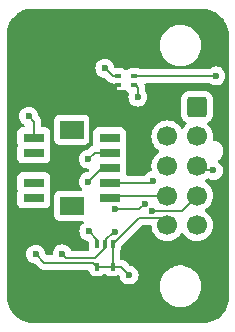
<source format=gtl>
%TF.GenerationSoftware,KiCad,Pcbnew,8.0.5*%
%TF.CreationDate,2024-11-05T15:37:39-06:00*%
%TF.ProjectId,DataAcq-EnvBreakoutPCB,44617461-4163-4712-9d45-6e7642726561,rev?*%
%TF.SameCoordinates,Original*%
%TF.FileFunction,Copper,L1,Top*%
%TF.FilePolarity,Positive*%
%FSLAX46Y46*%
G04 Gerber Fmt 4.6, Leading zero omitted, Abs format (unit mm)*
G04 Created by KiCad (PCBNEW 8.0.5) date 2024-11-05 15:37:39*
%MOMM*%
%LPD*%
G01*
G04 APERTURE LIST*
G04 Aperture macros list*
%AMRoundRect*
0 Rectangle with rounded corners*
0 $1 Rounding radius*
0 $2 $3 $4 $5 $6 $7 $8 $9 X,Y pos of 4 corners*
0 Add a 4 corners polygon primitive as box body*
4,1,4,$2,$3,$4,$5,$6,$7,$8,$9,$2,$3,0*
0 Add four circle primitives for the rounded corners*
1,1,$1+$1,$2,$3*
1,1,$1+$1,$4,$5*
1,1,$1+$1,$6,$7*
1,1,$1+$1,$8,$9*
0 Add four rect primitives between the rounded corners*
20,1,$1+$1,$2,$3,$4,$5,0*
20,1,$1+$1,$4,$5,$6,$7,0*
20,1,$1+$1,$6,$7,$8,$9,0*
20,1,$1+$1,$8,$9,$2,$3,0*%
G04 Aperture macros list end*
%TA.AperFunction,SMDPad,CuDef*%
%ADD10RoundRect,0.100000X-0.100000X0.225000X-0.100000X-0.225000X0.100000X-0.225000X0.100000X0.225000X0*%
%TD*%
%TA.AperFunction,SMDPad,CuDef*%
%ADD11R,0.500000X0.300000*%
%TD*%
%TA.AperFunction,SMDPad,CuDef*%
%ADD12R,1.800000X0.800000*%
%TD*%
%TA.AperFunction,SMDPad,CuDef*%
%ADD13R,2.100000X0.800000*%
%TD*%
%TA.AperFunction,SMDPad,CuDef*%
%ADD14R,2.000000X1.550000*%
%TD*%
%TA.AperFunction,ComponentPad*%
%ADD15C,1.700000*%
%TD*%
%TA.AperFunction,ComponentPad*%
%ADD16RoundRect,0.250000X0.600000X0.600000X-0.600000X0.600000X-0.600000X-0.600000X0.600000X-0.600000X0*%
%TD*%
%TA.AperFunction,ViaPad*%
%ADD17C,0.600000*%
%TD*%
%TA.AperFunction,Conductor*%
%ADD18C,0.200000*%
%TD*%
G04 APERTURE END LIST*
D10*
%TO.P,U2,5,V_{DD}*%
%TO.N,VDDA*%
X121250000Y-52150000D03*
%TO.P,U2,4,V_{DD}*%
X119950000Y-52150000D03*
%TO.P,U2,3,OUT*%
%TO.N,/TEMP_OUT*%
X119950000Y-50250000D03*
%TO.P,U2,2,GND*%
%TO.N,GNDA*%
X120600000Y-50250000D03*
%TO.P,U2,1,V_{DD}*%
%TO.N,VDDA*%
X121250000Y-50250000D03*
%TD*%
D11*
%TO.P,U3,1,SDA*%
%TO.N,/I2C1_SDA*%
X123100000Y-36800000D03*
%TO.P,U3,2,SCL*%
%TO.N,/I2C1_SCL*%
X123100000Y-36000000D03*
%TO.P,U3,3,VDD*%
%TO.N,+3.3V*%
X121700000Y-36000000D03*
%TO.P,U3,4,VSS*%
%TO.N,GND*%
X121700000Y-36800000D03*
%TD*%
D12*
%TO.P,U1,1,VREG*%
%TO.N,/AFLW_VREG*%
X114600000Y-41235000D03*
%TO.P,U1,2,VIN*%
%TO.N,+3.3V*%
X114600000Y-42505000D03*
D13*
%TO.P,U1,3,GND*%
%TO.N,GND*%
X114750000Y-43775000D03*
D12*
%TO.P,U1,4,NC_1*%
%TO.N,unconnected-(U1-NC_1-Pad4)*%
X114600000Y-45045000D03*
%TO.P,U1,5,NC_2*%
%TO.N,unconnected-(U1-NC_2-Pad5)*%
X114600000Y-46315000D03*
%TO.P,U1,6,SDA*%
%TO.N,/I2C2_SDA*%
X121000000Y-46315000D03*
%TO.P,U1,7,SCL*%
%TO.N,/I2C2_SCL*%
X121000000Y-45045000D03*
%TO.P,U1,8,TP1*%
%TO.N,/AFLW_TP1*%
X121000000Y-43775000D03*
%TO.P,U1,9,TP2*%
%TO.N,/AFLW_TP2*%
X121000000Y-42505000D03*
%TO.P,U1,10,VCM*%
%TO.N,/AFLW_VCM*%
X121000000Y-41235000D03*
D14*
%TO.P,U1,MP1,MP1*%
%TO.N,unconnected-(U1-PadMP1)*%
X117800000Y-40550000D03*
%TO.P,U1,MP2,MP2*%
%TO.N,unconnected-(U1-PadMP2)*%
X117800000Y-47000000D03*
%TD*%
D15*
%TO.P,J4,10,Pin_10*%
%TO.N,VDDA*%
X125900000Y-48625000D03*
%TO.P,J4,9,Pin_9*%
%TO.N,/I2C2_SDA*%
X125900000Y-46125000D03*
%TO.P,J4,8,Pin_8*%
%TO.N,/I2C2_SCL*%
X125900000Y-43625000D03*
%TO.P,J4,7,Pin_7*%
%TO.N,/PA1(ADC)*%
X125900000Y-41125000D03*
%TO.P,J4,6,Pin_6*%
%TO.N,GND*%
X125900000Y-38625000D03*
%TO.P,J4,5,Pin_5*%
%TO.N,GNDA*%
X128400000Y-48625000D03*
%TO.P,J4,4,Pin_4*%
%TO.N,/I2C1_SDA*%
X128400000Y-46125000D03*
%TO.P,J4,3,Pin_3*%
%TO.N,/I2C1_SCL*%
X128400000Y-43625000D03*
%TO.P,J4,2,Pin_2*%
%TO.N,unconnected-(J4-Pin_2-Pad2)*%
X128400000Y-41125000D03*
D16*
%TO.P,J4,1,Pin_1*%
%TO.N,+3.3V*%
X128400000Y-38625000D03*
%TD*%
D17*
%TO.N,+3.3V*%
X114600000Y-42505000D03*
%TO.N,/AFLW_VCM*%
X121000000Y-41235000D03*
%TO.N,/PA1(ADC)*%
X121450000Y-47287500D03*
X124000000Y-46800000D03*
%TO.N,/I2C2_SCL*%
X124662500Y-44862500D03*
%TO.N,/I2C1_SDA*%
X124600000Y-47400000D03*
X123400000Y-37800000D03*
%TO.N,/I2C1_SCL*%
X129800000Y-44000000D03*
X130000000Y-36000000D03*
%TO.N,+3.3V*%
X120600000Y-35350000D03*
%TO.N,GND*%
X116550000Y-42400000D03*
X119650000Y-39400000D03*
X120600000Y-33450000D03*
X116050000Y-39415000D03*
X115550000Y-35137500D03*
%TO.N,/AFLW_VREG*%
X114150000Y-39415000D03*
%TO.N,/AFLW_TP1*%
X119200000Y-44950000D03*
%TO.N,/AFLW_TP2*%
X119200000Y-43050000D03*
%TO.N,VDDA*%
X114750000Y-51087500D03*
X122650000Y-52850000D03*
%TO.N,GNDA*%
X117000000Y-51062500D03*
X121450000Y-49187500D03*
%TO.N,/TEMP_OUT*%
X119250000Y-49150000D03*
%TD*%
D18*
%TO.N,/AFLW_TP2*%
X121000000Y-42505000D02*
X119745000Y-42505000D01*
%TO.N,/AFLW_TP1*%
X120375000Y-43775000D02*
X119200000Y-44950000D01*
X121000000Y-43775000D02*
X120375000Y-43775000D01*
%TO.N,/AFLW_TP2*%
X119745000Y-42505000D02*
X119200000Y-43050000D01*
%TO.N,/I2C1_SCL*%
X123100000Y-36000000D02*
X130000000Y-36000000D01*
X128775000Y-44000000D02*
X128400000Y-43625000D01*
X129800000Y-44000000D02*
X128775000Y-44000000D01*
%TO.N,/I2C1_SDA*%
X123200000Y-36800000D02*
X123100000Y-36800000D01*
X123400000Y-37800000D02*
X123400000Y-37000000D01*
X123400000Y-37000000D02*
X123200000Y-36800000D01*
%TO.N,/I2C2_SCL*%
X124480000Y-45045000D02*
X121000000Y-45045000D01*
X124662500Y-44862500D02*
X124480000Y-45045000D01*
%TO.N,/I2C1_SDA*%
X124600000Y-47400000D02*
X127125000Y-47400000D01*
X127125000Y-47400000D02*
X128400000Y-46125000D01*
%TO.N,/I2C2_SDA*%
X121115000Y-46200000D02*
X121000000Y-46315000D01*
X125825000Y-46200000D02*
X121115000Y-46200000D01*
X125900000Y-46125000D02*
X125825000Y-46200000D01*
%TO.N,/AFLW_VREG*%
X114600000Y-39865000D02*
X114150000Y-39415000D01*
X114600000Y-41235000D02*
X114600000Y-39865000D01*
%TO.N,GNDA*%
X117337500Y-51400000D02*
X117000000Y-51062500D01*
X119806544Y-51400000D02*
X117337500Y-51400000D01*
%TO.N,VDDA*%
X121950000Y-52150000D02*
X122650000Y-52850000D01*
X121250000Y-52150000D02*
X121950000Y-52150000D01*
X119600000Y-51800000D02*
X115462500Y-51800000D01*
X121250000Y-52150000D02*
X121250000Y-50250000D01*
X115462500Y-51800000D02*
X114750000Y-51087500D01*
X119950000Y-52150000D02*
X121250000Y-52150000D01*
X119950000Y-52150000D02*
X119600000Y-51800000D01*
%TO.N,GNDA*%
X120600000Y-50250000D02*
X120600000Y-50606544D01*
X120600000Y-50606544D02*
X119806544Y-51400000D01*
X120600000Y-49925001D02*
X121337501Y-49187500D01*
X120600000Y-50250000D02*
X120600000Y-49925001D01*
%TO.N,VDDA*%
X125275000Y-48000000D02*
X125900000Y-48625000D01*
X123500000Y-48000000D02*
X125275000Y-48000000D01*
X121250000Y-50250000D02*
X123500000Y-48000000D01*
%TO.N,/PA1(ADC)*%
X123512500Y-47287500D02*
X121450000Y-47287500D01*
X124000000Y-46800000D02*
X123512500Y-47287500D01*
%TO.N,/TEMP_OUT*%
X119950000Y-49850000D02*
X119250000Y-49150000D01*
X119950000Y-50250000D02*
X119950000Y-49850000D01*
%TO.N,+3.3V*%
X121250000Y-36000000D02*
X120600000Y-35350000D01*
X121700000Y-36000000D02*
X121250000Y-36000000D01*
%TD*%
%TA.AperFunction,Conductor*%
%TO.N,GND*%
G36*
X128899818Y-30300894D02*
G01*
X128907936Y-30301543D01*
X129157596Y-30321502D01*
X129172422Y-30323595D01*
X129362959Y-30362350D01*
X129424007Y-30374767D01*
X129438479Y-30378634D01*
X129560004Y-30419113D01*
X129682060Y-30459770D01*
X129695950Y-30465350D01*
X129886892Y-30555808D01*
X129927983Y-30575275D01*
X129941098Y-30582488D01*
X130158187Y-30719594D01*
X130170319Y-30728323D01*
X130369295Y-30890611D01*
X130380303Y-30900757D01*
X130558233Y-31085829D01*
X130567944Y-31097235D01*
X130722261Y-31302418D01*
X130730526Y-31314912D01*
X130858980Y-31537214D01*
X130865677Y-31550614D01*
X130966380Y-31786768D01*
X130971413Y-31800877D01*
X131042906Y-32047460D01*
X131046201Y-32062074D01*
X131087436Y-32315473D01*
X131088945Y-32330377D01*
X131099399Y-32588795D01*
X131099500Y-32593807D01*
X131099500Y-32596173D01*
X131099475Y-32598653D01*
X131098577Y-32643526D01*
X131099500Y-32656967D01*
X131099500Y-54793889D01*
X131099212Y-54802333D01*
X131082345Y-55049438D01*
X131080368Y-55064585D01*
X131033885Y-55304449D01*
X131030061Y-55319238D01*
X130954437Y-55551570D01*
X130948824Y-55565775D01*
X130845208Y-55787050D01*
X130837890Y-55800460D01*
X130707851Y-56007317D01*
X130698940Y-56019723D01*
X130544463Y-56209012D01*
X130534095Y-56220229D01*
X130357505Y-56389100D01*
X130345835Y-56398957D01*
X130149837Y-56544822D01*
X130137045Y-56553170D01*
X129924582Y-56673840D01*
X129910860Y-56680551D01*
X129685189Y-56774176D01*
X129670747Y-56779150D01*
X129435266Y-56844321D01*
X129420320Y-56847481D01*
X129178611Y-56883204D01*
X129163392Y-56884502D01*
X128913863Y-56890359D01*
X128906223Y-56890303D01*
X128863911Y-56888687D01*
X128854550Y-56889805D01*
X128840010Y-56890679D01*
X114543043Y-56908381D01*
X114534223Y-56908078D01*
X114277986Y-56890126D01*
X114263368Y-56888223D01*
X114013733Y-56840500D01*
X113999445Y-56836877D01*
X113757223Y-56759864D01*
X113743467Y-56754571D01*
X113512101Y-56649363D01*
X113499068Y-56642474D01*
X113281821Y-56510553D01*
X113269699Y-56502167D01*
X113069639Y-56345399D01*
X113058598Y-56335634D01*
X113038855Y-56315962D01*
X112878555Y-56156234D01*
X112868750Y-56145227D01*
X112711267Y-55945730D01*
X112702838Y-55933638D01*
X112570143Y-55716866D01*
X112563208Y-55703859D01*
X112457174Y-55472873D01*
X112451831Y-55459136D01*
X112373946Y-55217173D01*
X112370278Y-55202923D01*
X112321658Y-54953436D01*
X112319706Y-54938851D01*
X112300835Y-54682650D01*
X112300500Y-54673541D01*
X112300500Y-53685010D01*
X125245500Y-53685010D01*
X125245500Y-53914989D01*
X125245501Y-53915005D01*
X125275518Y-54143009D01*
X125275519Y-54143014D01*
X125275520Y-54143020D01*
X125275521Y-54143022D01*
X125335046Y-54365175D01*
X125335049Y-54365185D01*
X125423057Y-54577654D01*
X125423061Y-54577664D01*
X125538055Y-54776839D01*
X125678064Y-54959303D01*
X125678070Y-54959310D01*
X125840689Y-55121929D01*
X125840696Y-55121935D01*
X126023160Y-55261944D01*
X126222335Y-55376938D01*
X126222336Y-55376938D01*
X126222339Y-55376940D01*
X126434824Y-55464954D01*
X126656980Y-55524480D01*
X126885004Y-55554500D01*
X126885011Y-55554500D01*
X127114989Y-55554500D01*
X127114996Y-55554500D01*
X127343020Y-55524480D01*
X127565176Y-55464954D01*
X127777661Y-55376940D01*
X127976840Y-55261944D01*
X128159305Y-55121934D01*
X128321934Y-54959305D01*
X128461944Y-54776840D01*
X128576940Y-54577661D01*
X128664954Y-54365176D01*
X128724480Y-54143020D01*
X128754500Y-53914996D01*
X128754500Y-53685004D01*
X128724480Y-53456980D01*
X128664954Y-53234824D01*
X128576940Y-53022339D01*
X128540973Y-52960043D01*
X128461944Y-52823160D01*
X128321935Y-52640696D01*
X128321929Y-52640689D01*
X128159310Y-52478070D01*
X128159303Y-52478064D01*
X127976839Y-52338055D01*
X127777664Y-52223061D01*
X127777654Y-52223057D01*
X127565185Y-52135049D01*
X127565178Y-52135047D01*
X127565176Y-52135046D01*
X127343020Y-52075520D01*
X127343014Y-52075519D01*
X127343009Y-52075518D01*
X127115005Y-52045501D01*
X127115002Y-52045500D01*
X127114996Y-52045500D01*
X126885004Y-52045500D01*
X126884998Y-52045500D01*
X126884994Y-52045501D01*
X126656990Y-52075518D01*
X126656983Y-52075519D01*
X126656980Y-52075520D01*
X126475265Y-52124210D01*
X126434824Y-52135046D01*
X126434814Y-52135049D01*
X126222345Y-52223057D01*
X126222335Y-52223061D01*
X126023160Y-52338055D01*
X125840696Y-52478064D01*
X125840689Y-52478070D01*
X125678070Y-52640689D01*
X125678064Y-52640696D01*
X125538055Y-52823160D01*
X125423061Y-53022335D01*
X125423057Y-53022345D01*
X125335049Y-53234814D01*
X125335046Y-53234824D01*
X125275521Y-53456977D01*
X125275518Y-53456990D01*
X125245501Y-53684994D01*
X125245500Y-53685010D01*
X112300500Y-53685010D01*
X112300500Y-51087496D01*
X113944435Y-51087496D01*
X113944435Y-51087503D01*
X113964630Y-51266749D01*
X113964631Y-51266754D01*
X114024211Y-51437023D01*
X114094885Y-51549499D01*
X114120184Y-51589762D01*
X114247738Y-51717316D01*
X114400478Y-51813289D01*
X114570745Y-51872868D01*
X114657669Y-51882661D01*
X114722080Y-51909726D01*
X114731465Y-51918200D01*
X114977639Y-52164374D01*
X114977649Y-52164385D01*
X114981979Y-52168715D01*
X114981980Y-52168716D01*
X115093784Y-52280520D01*
X115180595Y-52330639D01*
X115180597Y-52330641D01*
X115210208Y-52347737D01*
X115230715Y-52359577D01*
X115383443Y-52400500D01*
X115541557Y-52400500D01*
X119138930Y-52400500D01*
X119205969Y-52420185D01*
X119251724Y-52472989D01*
X119261869Y-52508317D01*
X119264954Y-52531753D01*
X119264956Y-52531762D01*
X119310077Y-52640695D01*
X119325464Y-52677841D01*
X119421718Y-52803282D01*
X119547159Y-52899536D01*
X119693238Y-52960044D01*
X119810639Y-52975500D01*
X120089360Y-52975499D01*
X120089363Y-52975499D01*
X120206753Y-52960046D01*
X120206757Y-52960044D01*
X120206762Y-52960044D01*
X120352841Y-52899536D01*
X120478282Y-52803282D01*
X120480490Y-52800404D01*
X120481559Y-52799012D01*
X120537987Y-52757810D01*
X120579933Y-52750500D01*
X120620067Y-52750500D01*
X120687106Y-52770185D01*
X120718441Y-52799012D01*
X120721328Y-52802774D01*
X120721718Y-52803282D01*
X120847159Y-52899536D01*
X120993238Y-52960044D01*
X121110639Y-52975500D01*
X121389360Y-52975499D01*
X121389363Y-52975499D01*
X121506753Y-52960046D01*
X121506757Y-52960044D01*
X121506762Y-52960044D01*
X121652841Y-52899536D01*
X121660192Y-52893895D01*
X121725358Y-52868699D01*
X121793803Y-52882735D01*
X121843795Y-52931547D01*
X121858900Y-52978386D01*
X121864630Y-53029249D01*
X121924210Y-53199521D01*
X122020184Y-53352262D01*
X122147738Y-53479816D01*
X122300478Y-53575789D01*
X122470745Y-53635368D01*
X122470750Y-53635369D01*
X122649996Y-53655565D01*
X122650000Y-53655565D01*
X122650004Y-53655565D01*
X122829249Y-53635369D01*
X122829252Y-53635368D01*
X122829255Y-53635368D01*
X122999522Y-53575789D01*
X123152262Y-53479816D01*
X123279816Y-53352262D01*
X123375789Y-53199522D01*
X123435368Y-53029255D01*
X123436147Y-53022345D01*
X123455565Y-52850003D01*
X123455565Y-52849996D01*
X123435369Y-52670750D01*
X123435368Y-52670745D01*
X123386736Y-52531762D01*
X123375789Y-52500478D01*
X123361705Y-52478064D01*
X123336582Y-52438080D01*
X123279816Y-52347738D01*
X123152262Y-52220184D01*
X122999521Y-52124210D01*
X122829249Y-52064630D01*
X122742330Y-52054837D01*
X122677916Y-52027770D01*
X122668533Y-52019298D01*
X122437590Y-51788355D01*
X122437588Y-51788352D01*
X122318717Y-51669481D01*
X122318716Y-51669480D01*
X122231904Y-51619360D01*
X122231904Y-51619359D01*
X122231900Y-51619358D01*
X122181785Y-51590423D01*
X122029057Y-51549499D01*
X121974500Y-51549499D01*
X121907461Y-51529814D01*
X121861706Y-51477010D01*
X121850500Y-51425499D01*
X121850500Y-50851257D01*
X121870185Y-50784218D01*
X121873924Y-50778900D01*
X121874532Y-50777845D01*
X121874536Y-50777841D01*
X121935044Y-50631762D01*
X121950500Y-50514361D01*
X121950499Y-50450096D01*
X121970183Y-50383058D01*
X121986813Y-50362420D01*
X123712417Y-48636819D01*
X123773740Y-48603334D01*
X123800098Y-48600500D01*
X124428573Y-48600500D01*
X124495612Y-48620185D01*
X124541367Y-48672989D01*
X124552101Y-48713693D01*
X124564936Y-48860402D01*
X124564938Y-48860413D01*
X124626094Y-49088655D01*
X124626096Y-49088659D01*
X124626097Y-49088663D01*
X124713260Y-49275584D01*
X124725965Y-49302830D01*
X124725967Y-49302834D01*
X124751575Y-49339405D01*
X124861505Y-49496401D01*
X125028599Y-49663495D01*
X125125384Y-49731265D01*
X125222165Y-49799032D01*
X125222167Y-49799033D01*
X125222170Y-49799035D01*
X125436337Y-49898903D01*
X125664592Y-49960063D01*
X125852918Y-49976539D01*
X125899999Y-49980659D01*
X125900000Y-49980659D01*
X125900001Y-49980659D01*
X125939234Y-49977226D01*
X126135408Y-49960063D01*
X126363663Y-49898903D01*
X126577830Y-49799035D01*
X126771401Y-49663495D01*
X126938495Y-49496401D01*
X127048425Y-49339405D01*
X127103002Y-49295780D01*
X127172500Y-49288586D01*
X127234855Y-49320109D01*
X127251575Y-49339405D01*
X127361500Y-49496395D01*
X127361505Y-49496401D01*
X127528599Y-49663495D01*
X127625384Y-49731265D01*
X127722165Y-49799032D01*
X127722167Y-49799033D01*
X127722170Y-49799035D01*
X127936337Y-49898903D01*
X128164592Y-49960063D01*
X128352918Y-49976539D01*
X128399999Y-49980659D01*
X128400000Y-49980659D01*
X128400001Y-49980659D01*
X128439234Y-49977226D01*
X128635408Y-49960063D01*
X128863663Y-49898903D01*
X129077830Y-49799035D01*
X129271401Y-49663495D01*
X129438495Y-49496401D01*
X129574035Y-49302830D01*
X129673903Y-49088663D01*
X129735063Y-48860408D01*
X129755659Y-48625000D01*
X129753515Y-48600500D01*
X129751336Y-48575584D01*
X129735063Y-48389592D01*
X129673903Y-48161337D01*
X129574035Y-47947171D01*
X129553131Y-47917316D01*
X129438494Y-47753597D01*
X129271402Y-47586506D01*
X129271396Y-47586501D01*
X129114405Y-47476575D01*
X129070780Y-47421998D01*
X129063586Y-47352500D01*
X129095109Y-47290145D01*
X129114405Y-47273425D01*
X129197130Y-47215500D01*
X129271401Y-47163495D01*
X129438495Y-46996401D01*
X129574035Y-46802830D01*
X129673903Y-46588663D01*
X129735063Y-46360408D01*
X129755659Y-46125000D01*
X129735063Y-45889592D01*
X129673903Y-45661337D01*
X129574035Y-45447171D01*
X129561936Y-45429891D01*
X129438494Y-45253597D01*
X129271402Y-45086506D01*
X129271401Y-45086505D01*
X129114405Y-44976575D01*
X129114404Y-44976574D01*
X129070779Y-44921997D01*
X129063587Y-44852498D01*
X129095109Y-44790144D01*
X129114399Y-44773428D01*
X129241794Y-44684225D01*
X129308000Y-44661899D01*
X129375767Y-44678909D01*
X129378889Y-44680807D01*
X129402803Y-44695833D01*
X129450478Y-44725789D01*
X129450481Y-44725790D01*
X129620737Y-44785366D01*
X129620743Y-44785367D01*
X129620745Y-44785368D01*
X129620746Y-44785368D01*
X129620750Y-44785369D01*
X129799996Y-44805565D01*
X129800000Y-44805565D01*
X129800004Y-44805565D01*
X129979249Y-44785369D01*
X129979252Y-44785368D01*
X129979255Y-44785368D01*
X130149522Y-44725789D01*
X130302262Y-44629816D01*
X130429816Y-44502262D01*
X130525789Y-44349522D01*
X130585368Y-44179255D01*
X130587016Y-44164630D01*
X130605565Y-44000003D01*
X130605565Y-43999996D01*
X130585369Y-43820750D01*
X130585368Y-43820745D01*
X130525788Y-43650476D01*
X130429815Y-43497737D01*
X130302262Y-43370184D01*
X130302256Y-43370179D01*
X130245960Y-43334806D01*
X130199669Y-43282472D01*
X130189021Y-43213418D01*
X130217396Y-43149570D01*
X130243039Y-43126712D01*
X130316585Y-43077571D01*
X130442571Y-42951585D01*
X130541557Y-42803441D01*
X130609740Y-42638833D01*
X130644500Y-42464085D01*
X130644500Y-42285915D01*
X130644500Y-42285912D01*
X130609741Y-42111172D01*
X130609740Y-42111171D01*
X130609740Y-42111167D01*
X130541557Y-41946559D01*
X130442571Y-41798415D01*
X130442569Y-41798412D01*
X130316587Y-41672430D01*
X130191219Y-41588663D01*
X130168441Y-41573443D01*
X130153685Y-41567331D01*
X130003833Y-41505260D01*
X130003827Y-41505258D01*
X129836228Y-41471920D01*
X129774317Y-41439535D01*
X129739743Y-41378819D01*
X129736892Y-41339499D01*
X129755659Y-41125000D01*
X129735063Y-40889592D01*
X129673903Y-40661337D01*
X129574035Y-40447171D01*
X129561935Y-40429891D01*
X129438496Y-40253600D01*
X129385264Y-40200368D01*
X129291292Y-40106396D01*
X129257809Y-40045075D01*
X129262793Y-39975384D01*
X129304664Y-39919450D01*
X129313879Y-39913178D01*
X129319331Y-39909814D01*
X129319334Y-39909814D01*
X129468656Y-39817712D01*
X129592712Y-39693656D01*
X129684814Y-39544334D01*
X129739999Y-39377797D01*
X129750500Y-39275009D01*
X129750499Y-37974992D01*
X129739999Y-37872203D01*
X129684814Y-37705666D01*
X129592712Y-37556344D01*
X129468656Y-37432288D01*
X129319334Y-37340186D01*
X129152797Y-37285001D01*
X129152795Y-37285000D01*
X129050010Y-37274500D01*
X127749998Y-37274500D01*
X127749981Y-37274501D01*
X127647203Y-37285000D01*
X127647200Y-37285001D01*
X127480668Y-37340185D01*
X127480663Y-37340187D01*
X127331342Y-37432289D01*
X127207289Y-37556342D01*
X127115187Y-37705663D01*
X127115186Y-37705666D01*
X127060001Y-37872203D01*
X127060001Y-37872204D01*
X127060000Y-37872204D01*
X127049500Y-37974983D01*
X127049500Y-39275001D01*
X127049501Y-39275018D01*
X127060000Y-39377796D01*
X127060001Y-39377799D01*
X127073141Y-39417452D01*
X127115186Y-39544334D01*
X127191166Y-39667517D01*
X127207289Y-39693657D01*
X127331344Y-39817712D01*
X127486120Y-39913178D01*
X127532845Y-39965126D01*
X127544068Y-40034088D01*
X127516224Y-40098171D01*
X127508705Y-40106398D01*
X127361505Y-40253597D01*
X127251575Y-40410595D01*
X127196998Y-40454220D01*
X127127500Y-40461414D01*
X127065145Y-40429891D01*
X127048425Y-40410595D01*
X126938494Y-40253597D01*
X126771402Y-40086506D01*
X126771395Y-40086501D01*
X126577834Y-39950967D01*
X126577830Y-39950965D01*
X126505554Y-39917262D01*
X126363663Y-39851097D01*
X126363659Y-39851096D01*
X126363655Y-39851094D01*
X126135413Y-39789938D01*
X126135403Y-39789936D01*
X125900001Y-39769341D01*
X125899999Y-39769341D01*
X125664596Y-39789936D01*
X125664586Y-39789938D01*
X125436344Y-39851094D01*
X125436335Y-39851098D01*
X125222171Y-39950964D01*
X125222169Y-39950965D01*
X125028597Y-40086505D01*
X124861505Y-40253597D01*
X124725965Y-40447169D01*
X124725964Y-40447171D01*
X124626098Y-40661335D01*
X124626094Y-40661344D01*
X124564938Y-40889586D01*
X124564936Y-40889596D01*
X124544341Y-41124999D01*
X124544341Y-41125000D01*
X124564936Y-41360403D01*
X124564938Y-41360413D01*
X124626094Y-41588655D01*
X124626096Y-41588659D01*
X124626097Y-41588663D01*
X124670033Y-41682883D01*
X124725965Y-41802830D01*
X124725967Y-41802834D01*
X124803341Y-41913334D01*
X124861501Y-41996396D01*
X124861506Y-41996402D01*
X125028597Y-42163493D01*
X125028603Y-42163498D01*
X125185595Y-42273425D01*
X125229220Y-42328002D01*
X125236414Y-42397500D01*
X125204891Y-42459855D01*
X125185595Y-42476575D01*
X125028597Y-42586505D01*
X124861505Y-42753597D01*
X124725965Y-42947169D01*
X124725964Y-42947171D01*
X124626098Y-43161335D01*
X124626094Y-43161344D01*
X124564938Y-43389586D01*
X124564936Y-43389596D01*
X124544341Y-43624999D01*
X124544341Y-43625000D01*
X124564936Y-43860403D01*
X124564939Y-43860416D01*
X124581635Y-43922731D01*
X124579971Y-43992581D01*
X124540808Y-44050443D01*
X124489466Y-44075711D01*
X124483253Y-44077129D01*
X124312978Y-44136710D01*
X124160237Y-44232684D01*
X124032684Y-44360237D01*
X124032682Y-44360240D01*
X124016199Y-44386473D01*
X123963864Y-44432764D01*
X123911206Y-44444500D01*
X122512256Y-44444500D01*
X122445217Y-44424815D01*
X122399462Y-44372011D01*
X122389518Y-44302853D01*
X122392762Y-44290145D01*
X122392306Y-44290038D01*
X122394089Y-44282488D01*
X122394091Y-44282483D01*
X122400500Y-44222873D01*
X122400499Y-43327128D01*
X122394091Y-43267517D01*
X122362691Y-43183331D01*
X122357708Y-43113642D01*
X122362689Y-43096673D01*
X122394091Y-43012483D01*
X122400500Y-42952873D01*
X122400499Y-42057128D01*
X122394091Y-41997517D01*
X122362691Y-41913331D01*
X122357708Y-41843642D01*
X122362689Y-41826673D01*
X122394091Y-41742483D01*
X122400500Y-41682873D01*
X122400499Y-40787128D01*
X122394091Y-40727517D01*
X122369407Y-40661337D01*
X122343797Y-40592671D01*
X122343793Y-40592664D01*
X122257547Y-40477455D01*
X122257544Y-40477452D01*
X122142335Y-40391206D01*
X122142328Y-40391202D01*
X122007482Y-40340908D01*
X122007483Y-40340908D01*
X121947883Y-40334501D01*
X121947881Y-40334500D01*
X121947873Y-40334500D01*
X121947864Y-40334500D01*
X120052129Y-40334500D01*
X120052123Y-40334501D01*
X119992516Y-40340908D01*
X119857671Y-40391202D01*
X119857664Y-40391206D01*
X119742455Y-40477452D01*
X119742452Y-40477455D01*
X119656206Y-40592664D01*
X119656202Y-40592671D01*
X119605908Y-40727517D01*
X119599501Y-40787116D01*
X119599501Y-40787123D01*
X119599500Y-40787135D01*
X119599500Y-41682870D01*
X119599501Y-41682876D01*
X119605908Y-41742481D01*
X119618634Y-41776602D01*
X119623617Y-41846294D01*
X119590130Y-41907616D01*
X119534547Y-41939707D01*
X119513218Y-41945422D01*
X119513209Y-41945426D01*
X119376290Y-42024475D01*
X119376282Y-42024481D01*
X119289598Y-42111166D01*
X119264480Y-42136284D01*
X119264478Y-42136286D01*
X119181465Y-42219299D01*
X119120141Y-42252783D01*
X119107668Y-42254837D01*
X119020750Y-42264630D01*
X118850478Y-42324210D01*
X118697737Y-42420184D01*
X118570184Y-42547737D01*
X118474211Y-42700476D01*
X118414631Y-42870745D01*
X118414630Y-42870750D01*
X118394435Y-43049996D01*
X118394435Y-43050003D01*
X118414630Y-43229249D01*
X118414631Y-43229254D01*
X118474211Y-43399523D01*
X118535924Y-43497738D01*
X118570184Y-43552262D01*
X118697738Y-43679816D01*
X118850478Y-43775789D01*
X118888236Y-43789001D01*
X119020745Y-43835368D01*
X119020750Y-43835369D01*
X119164499Y-43851565D01*
X119228913Y-43878631D01*
X119268468Y-43936226D01*
X119270606Y-44006063D01*
X119238297Y-44062466D01*
X119181465Y-44119298D01*
X119120142Y-44152783D01*
X119107668Y-44154837D01*
X119020750Y-44164630D01*
X118850478Y-44224210D01*
X118697737Y-44320184D01*
X118570184Y-44447737D01*
X118474211Y-44600476D01*
X118414631Y-44770745D01*
X118414630Y-44770750D01*
X118394435Y-44949996D01*
X118394435Y-44950003D01*
X118414630Y-45129249D01*
X118414631Y-45129254D01*
X118474211Y-45299523D01*
X118570184Y-45452262D01*
X118630741Y-45512819D01*
X118664226Y-45574142D01*
X118659242Y-45643834D01*
X118617370Y-45699767D01*
X118551906Y-45724184D01*
X118543060Y-45724500D01*
X116752129Y-45724500D01*
X116752123Y-45724501D01*
X116692516Y-45730908D01*
X116557671Y-45781202D01*
X116557664Y-45781206D01*
X116442455Y-45867452D01*
X116442452Y-45867455D01*
X116356206Y-45982664D01*
X116356202Y-45982671D01*
X116305908Y-46117517D01*
X116305104Y-46125000D01*
X116299501Y-46177123D01*
X116299500Y-46177135D01*
X116299500Y-47822870D01*
X116299501Y-47822876D01*
X116305908Y-47882483D01*
X116356202Y-48017328D01*
X116356206Y-48017335D01*
X116442452Y-48132544D01*
X116442455Y-48132547D01*
X116557664Y-48218793D01*
X116557671Y-48218797D01*
X116692517Y-48269091D01*
X116692516Y-48269091D01*
X116699444Y-48269835D01*
X116752127Y-48275500D01*
X118706738Y-48275499D01*
X118773777Y-48295184D01*
X118819532Y-48347987D01*
X118829476Y-48417146D01*
X118800451Y-48480702D01*
X118772711Y-48504492D01*
X118747739Y-48520182D01*
X118620184Y-48647737D01*
X118524211Y-48800476D01*
X118464631Y-48970745D01*
X118464630Y-48970750D01*
X118444435Y-49149996D01*
X118444435Y-49150003D01*
X118464630Y-49329249D01*
X118464631Y-49329254D01*
X118524211Y-49499523D01*
X118620184Y-49652262D01*
X118747738Y-49779816D01*
X118900478Y-49875789D01*
X119070745Y-49935368D01*
X119139384Y-49943101D01*
X119203796Y-49970166D01*
X119243352Y-50027760D01*
X119249500Y-50066321D01*
X119249500Y-50514363D01*
X119264953Y-50631753D01*
X119267059Y-50639608D01*
X119264725Y-50640233D01*
X119270889Y-50697504D01*
X119239621Y-50759986D01*
X119179536Y-50795645D01*
X119148857Y-50799500D01*
X117844047Y-50799500D01*
X117777008Y-50779815D01*
X117731253Y-50727011D01*
X117727008Y-50716463D01*
X117725789Y-50712978D01*
X117629816Y-50560238D01*
X117502262Y-50432684D01*
X117390430Y-50362415D01*
X117349523Y-50336711D01*
X117179254Y-50277131D01*
X117179249Y-50277130D01*
X117000004Y-50256935D01*
X116999996Y-50256935D01*
X116820750Y-50277130D01*
X116820745Y-50277131D01*
X116650476Y-50336711D01*
X116497737Y-50432684D01*
X116370184Y-50560237D01*
X116274211Y-50712976D01*
X116214631Y-50883245D01*
X116214630Y-50883250D01*
X116194435Y-51062496D01*
X116194435Y-51069464D01*
X116192962Y-51069464D01*
X116182280Y-51130440D01*
X116134930Y-51181819D01*
X116071115Y-51199500D01*
X115762597Y-51199500D01*
X115695558Y-51179815D01*
X115674916Y-51163181D01*
X115580700Y-51068965D01*
X115547215Y-51007642D01*
X115545163Y-50995186D01*
X115535368Y-50908245D01*
X115475789Y-50737978D01*
X115379816Y-50585238D01*
X115252262Y-50457684D01*
X115212475Y-50432684D01*
X115099523Y-50361711D01*
X114929254Y-50302131D01*
X114929249Y-50302130D01*
X114750004Y-50281935D01*
X114749996Y-50281935D01*
X114570750Y-50302130D01*
X114570745Y-50302131D01*
X114400476Y-50361711D01*
X114247737Y-50457684D01*
X114120184Y-50585237D01*
X114024211Y-50737976D01*
X113964631Y-50908245D01*
X113964630Y-50908250D01*
X113944435Y-51087496D01*
X112300500Y-51087496D01*
X112300500Y-44597135D01*
X113199500Y-44597135D01*
X113199500Y-45492870D01*
X113199501Y-45492876D01*
X113205908Y-45552482D01*
X113237307Y-45636666D01*
X113242291Y-45706358D01*
X113237307Y-45723331D01*
X113205909Y-45807514D01*
X113205908Y-45807516D01*
X113199501Y-45867116D01*
X113199501Y-45867123D01*
X113199500Y-45867135D01*
X113199500Y-46762870D01*
X113199501Y-46762876D01*
X113205908Y-46822483D01*
X113256202Y-46957328D01*
X113256206Y-46957335D01*
X113342452Y-47072544D01*
X113342455Y-47072547D01*
X113457664Y-47158793D01*
X113457671Y-47158797D01*
X113592517Y-47209091D01*
X113592516Y-47209091D01*
X113599444Y-47209835D01*
X113652127Y-47215500D01*
X115547872Y-47215499D01*
X115607483Y-47209091D01*
X115742331Y-47158796D01*
X115857546Y-47072546D01*
X115943796Y-46957331D01*
X115994091Y-46822483D01*
X116000500Y-46762873D01*
X116000499Y-45867128D01*
X115994091Y-45807517D01*
X115962691Y-45723331D01*
X115957708Y-45653642D01*
X115962689Y-45636673D01*
X115994091Y-45552483D01*
X116000500Y-45492873D01*
X116000499Y-44597128D01*
X115994091Y-44537517D01*
X115960605Y-44447737D01*
X115943797Y-44402671D01*
X115943793Y-44402664D01*
X115857547Y-44287455D01*
X115857544Y-44287452D01*
X115742335Y-44201206D01*
X115742328Y-44201202D01*
X115607482Y-44150908D01*
X115607483Y-44150908D01*
X115547883Y-44144501D01*
X115547881Y-44144500D01*
X115547873Y-44144500D01*
X115547864Y-44144500D01*
X113652129Y-44144500D01*
X113652123Y-44144501D01*
X113592516Y-44150908D01*
X113457671Y-44201202D01*
X113457664Y-44201206D01*
X113342455Y-44287452D01*
X113342452Y-44287455D01*
X113256206Y-44402664D01*
X113256202Y-44402671D01*
X113205908Y-44537517D01*
X113199501Y-44597116D01*
X113199501Y-44597123D01*
X113199500Y-44597135D01*
X112300500Y-44597135D01*
X112300500Y-40787135D01*
X113199500Y-40787135D01*
X113199500Y-41682870D01*
X113199501Y-41682876D01*
X113205908Y-41742482D01*
X113215723Y-41768796D01*
X113236871Y-41825499D01*
X113237307Y-41826666D01*
X113242291Y-41896358D01*
X113237307Y-41913331D01*
X113205909Y-41997514D01*
X113205908Y-41997516D01*
X113199501Y-42057116D01*
X113199501Y-42057123D01*
X113199500Y-42057135D01*
X113199500Y-42952870D01*
X113199501Y-42952876D01*
X113205908Y-43012483D01*
X113256202Y-43147328D01*
X113256206Y-43147335D01*
X113342452Y-43262544D01*
X113342455Y-43262547D01*
X113457664Y-43348793D01*
X113457671Y-43348797D01*
X113592517Y-43399091D01*
X113592516Y-43399091D01*
X113596535Y-43399523D01*
X113652127Y-43405500D01*
X115547872Y-43405499D01*
X115607483Y-43399091D01*
X115742331Y-43348796D01*
X115857546Y-43262546D01*
X115943796Y-43147331D01*
X115994091Y-43012483D01*
X116000500Y-42952873D01*
X116000499Y-42057128D01*
X115994091Y-41997517D01*
X115962691Y-41913331D01*
X115957708Y-41843642D01*
X115962689Y-41826673D01*
X115994091Y-41742483D01*
X116000500Y-41682873D01*
X116000499Y-40787128D01*
X115994091Y-40727517D01*
X115969407Y-40661337D01*
X115943797Y-40592671D01*
X115943793Y-40592664D01*
X115857547Y-40477455D01*
X115857544Y-40477452D01*
X115742335Y-40391206D01*
X115742328Y-40391202D01*
X115607482Y-40340908D01*
X115607483Y-40340908D01*
X115547883Y-40334501D01*
X115547881Y-40334500D01*
X115547873Y-40334500D01*
X115547865Y-40334500D01*
X115324500Y-40334500D01*
X115257461Y-40314815D01*
X115211706Y-40262011D01*
X115200500Y-40210500D01*
X115200500Y-39785945D01*
X115200500Y-39785943D01*
X115184743Y-39727135D01*
X116299500Y-39727135D01*
X116299500Y-41372870D01*
X116299501Y-41372876D01*
X116305908Y-41432483D01*
X116356202Y-41567328D01*
X116356206Y-41567335D01*
X116442452Y-41682544D01*
X116442455Y-41682547D01*
X116557664Y-41768793D01*
X116557671Y-41768797D01*
X116692517Y-41819091D01*
X116692516Y-41819091D01*
X116699444Y-41819835D01*
X116752127Y-41825500D01*
X118847872Y-41825499D01*
X118907483Y-41819091D01*
X119042331Y-41768796D01*
X119157546Y-41682546D01*
X119243796Y-41567331D01*
X119294091Y-41432483D01*
X119300500Y-41372873D01*
X119300499Y-39727128D01*
X119294091Y-39667517D01*
X119286358Y-39646785D01*
X119243797Y-39532671D01*
X119243793Y-39532664D01*
X119157547Y-39417455D01*
X119157544Y-39417452D01*
X119042335Y-39331206D01*
X119042328Y-39331202D01*
X118907482Y-39280908D01*
X118907483Y-39280908D01*
X118847883Y-39274501D01*
X118847881Y-39274500D01*
X118847873Y-39274500D01*
X118847864Y-39274500D01*
X116752129Y-39274500D01*
X116752123Y-39274501D01*
X116692516Y-39280908D01*
X116557671Y-39331202D01*
X116557664Y-39331206D01*
X116442455Y-39417452D01*
X116442452Y-39417455D01*
X116356206Y-39532664D01*
X116356202Y-39532671D01*
X116305908Y-39667517D01*
X116299501Y-39727116D01*
X116299501Y-39727123D01*
X116299500Y-39727135D01*
X115184743Y-39727135D01*
X115163213Y-39646785D01*
X115159577Y-39633215D01*
X115108261Y-39544334D01*
X115101528Y-39532671D01*
X115080522Y-39496287D01*
X115080521Y-39496286D01*
X115080520Y-39496284D01*
X114980699Y-39396463D01*
X114947215Y-39335140D01*
X114945161Y-39322664D01*
X114935369Y-39235747D01*
X114875789Y-39065478D01*
X114779815Y-38912737D01*
X114652262Y-38785184D01*
X114499523Y-38689211D01*
X114329254Y-38629631D01*
X114329249Y-38629630D01*
X114150004Y-38609435D01*
X114149996Y-38609435D01*
X113970750Y-38629630D01*
X113970745Y-38629631D01*
X113800476Y-38689211D01*
X113647737Y-38785184D01*
X113520184Y-38912737D01*
X113424211Y-39065476D01*
X113364631Y-39235745D01*
X113364630Y-39235750D01*
X113344435Y-39414996D01*
X113344435Y-39415003D01*
X113364630Y-39594249D01*
X113364631Y-39594254D01*
X113424211Y-39764523D01*
X113478610Y-39851098D01*
X113520184Y-39917262D01*
X113647738Y-40044816D01*
X113744326Y-40105506D01*
X113790617Y-40157841D01*
X113801265Y-40226894D01*
X113772890Y-40290743D01*
X113714501Y-40329115D01*
X113678358Y-40334500D01*
X113652131Y-40334500D01*
X113652123Y-40334501D01*
X113592516Y-40340908D01*
X113457671Y-40391202D01*
X113457664Y-40391206D01*
X113342455Y-40477452D01*
X113342452Y-40477455D01*
X113256206Y-40592664D01*
X113256202Y-40592671D01*
X113205908Y-40727517D01*
X113199501Y-40787116D01*
X113199501Y-40787123D01*
X113199500Y-40787135D01*
X112300500Y-40787135D01*
X112300500Y-35349996D01*
X119794435Y-35349996D01*
X119794435Y-35350003D01*
X119814630Y-35529249D01*
X119814631Y-35529254D01*
X119874211Y-35699523D01*
X119950384Y-35820750D01*
X119970184Y-35852262D01*
X120097738Y-35979816D01*
X120250478Y-36075789D01*
X120420745Y-36135368D01*
X120507669Y-36145161D01*
X120572080Y-36172226D01*
X120581465Y-36180700D01*
X120765139Y-36364374D01*
X120765149Y-36364385D01*
X120769479Y-36368715D01*
X120769480Y-36368716D01*
X120881284Y-36480520D01*
X120968095Y-36530639D01*
X120968097Y-36530641D01*
X121006151Y-36552611D01*
X121018215Y-36559577D01*
X121170943Y-36600501D01*
X121203274Y-36600501D01*
X121246607Y-36608319D01*
X121342517Y-36644091D01*
X121402127Y-36650500D01*
X121826000Y-36650499D01*
X121893039Y-36670183D01*
X121938794Y-36722987D01*
X121950000Y-36774499D01*
X121950000Y-36826000D01*
X121930315Y-36893039D01*
X121877511Y-36938794D01*
X121826000Y-36950000D01*
X121650000Y-36950000D01*
X121650000Y-37150000D01*
X122312445Y-37150000D01*
X122379484Y-37169685D01*
X122411711Y-37199688D01*
X122434559Y-37230209D01*
X122480625Y-37291745D01*
X122492455Y-37307547D01*
X122603373Y-37390581D01*
X122645244Y-37446515D01*
X122650228Y-37516206D01*
X122646104Y-37530801D01*
X122614632Y-37620742D01*
X122614630Y-37620750D01*
X122594435Y-37799996D01*
X122594435Y-37800003D01*
X122614630Y-37979249D01*
X122614631Y-37979254D01*
X122674211Y-38149523D01*
X122770184Y-38302262D01*
X122897738Y-38429816D01*
X123050478Y-38525789D01*
X123220745Y-38585368D01*
X123220750Y-38585369D01*
X123399996Y-38605565D01*
X123400000Y-38605565D01*
X123400004Y-38605565D01*
X123579249Y-38585369D01*
X123579252Y-38585368D01*
X123579255Y-38585368D01*
X123749522Y-38525789D01*
X123902262Y-38429816D01*
X124029816Y-38302262D01*
X124125789Y-38149522D01*
X124185368Y-37979255D01*
X124185848Y-37974998D01*
X124205565Y-37800003D01*
X124205565Y-37799996D01*
X124185369Y-37620750D01*
X124185368Y-37620745D01*
X124125788Y-37450476D01*
X124088153Y-37390581D01*
X124029816Y-37297738D01*
X124029814Y-37297736D01*
X124029813Y-37297734D01*
X124027550Y-37294896D01*
X124026659Y-37292715D01*
X124026111Y-37291842D01*
X124026264Y-37291745D01*
X124001144Y-37230209D01*
X124000500Y-37217587D01*
X124000500Y-37089060D01*
X124000501Y-37089047D01*
X124000501Y-36920944D01*
X123993024Y-36893039D01*
X123959577Y-36768216D01*
X123959575Y-36768214D01*
X123957473Y-36760366D01*
X123959809Y-36759739D01*
X123953658Y-36702472D01*
X123984939Y-36639996D01*
X124045031Y-36604349D01*
X124075686Y-36600500D01*
X129417588Y-36600500D01*
X129484627Y-36620185D01*
X129494903Y-36627555D01*
X129497736Y-36629814D01*
X129497738Y-36629816D01*
X129561982Y-36670183D01*
X129646018Y-36722987D01*
X129650478Y-36725789D01*
X129789683Y-36774499D01*
X129820745Y-36785368D01*
X129820750Y-36785369D01*
X129999996Y-36805565D01*
X130000000Y-36805565D01*
X130000004Y-36805565D01*
X130179249Y-36785369D01*
X130179252Y-36785368D01*
X130179255Y-36785368D01*
X130349522Y-36725789D01*
X130502262Y-36629816D01*
X130629816Y-36502262D01*
X130725789Y-36349522D01*
X130785368Y-36179255D01*
X130805565Y-36000000D01*
X130788919Y-35852262D01*
X130785369Y-35820750D01*
X130785368Y-35820745D01*
X130725789Y-35650478D01*
X130629816Y-35497738D01*
X130502262Y-35370184D01*
X130479545Y-35355910D01*
X130349523Y-35274211D01*
X130179254Y-35214631D01*
X130179249Y-35214630D01*
X130000004Y-35194435D01*
X129999996Y-35194435D01*
X129820750Y-35214630D01*
X129820745Y-35214631D01*
X129650476Y-35274211D01*
X129497736Y-35370185D01*
X129494903Y-35372445D01*
X129492724Y-35373334D01*
X129491842Y-35373889D01*
X129491744Y-35373734D01*
X129430217Y-35398855D01*
X129417588Y-35399500D01*
X127145911Y-35399500D01*
X127078872Y-35379815D01*
X127033117Y-35327011D01*
X127023173Y-35257853D01*
X127052198Y-35194297D01*
X127110976Y-35156523D01*
X127129726Y-35152561D01*
X127205282Y-35142613D01*
X127343020Y-35124480D01*
X127565176Y-35064954D01*
X127777661Y-34976940D01*
X127976840Y-34861944D01*
X128159305Y-34721934D01*
X128321934Y-34559305D01*
X128461944Y-34376840D01*
X128576940Y-34177661D01*
X128664954Y-33965176D01*
X128724480Y-33743020D01*
X128754500Y-33514996D01*
X128754500Y-33285004D01*
X128724480Y-33056980D01*
X128664954Y-32834824D01*
X128576940Y-32622339D01*
X128557573Y-32588795D01*
X128461944Y-32423160D01*
X128321935Y-32240696D01*
X128321929Y-32240689D01*
X128159310Y-32078070D01*
X128159303Y-32078064D01*
X127976839Y-31938055D01*
X127777664Y-31823061D01*
X127777654Y-31823057D01*
X127565185Y-31735049D01*
X127565178Y-31735047D01*
X127565176Y-31735046D01*
X127343020Y-31675520D01*
X127343014Y-31675519D01*
X127343009Y-31675518D01*
X127115005Y-31645501D01*
X127115002Y-31645500D01*
X127114996Y-31645500D01*
X126885004Y-31645500D01*
X126884998Y-31645500D01*
X126884994Y-31645501D01*
X126656990Y-31675518D01*
X126656983Y-31675519D01*
X126656980Y-31675520D01*
X126434824Y-31735046D01*
X126434814Y-31735049D01*
X126222345Y-31823057D01*
X126222335Y-31823061D01*
X126023160Y-31938055D01*
X125840696Y-32078064D01*
X125840689Y-32078070D01*
X125678070Y-32240689D01*
X125678064Y-32240696D01*
X125538055Y-32423160D01*
X125423061Y-32622335D01*
X125423057Y-32622345D01*
X125335049Y-32834814D01*
X125335046Y-32834824D01*
X125275521Y-33056977D01*
X125275518Y-33056990D01*
X125245501Y-33284994D01*
X125245500Y-33285010D01*
X125245500Y-33514989D01*
X125245501Y-33515005D01*
X125275518Y-33743009D01*
X125275519Y-33743014D01*
X125275520Y-33743020D01*
X125275521Y-33743022D01*
X125335046Y-33965175D01*
X125335049Y-33965185D01*
X125423057Y-34177654D01*
X125423061Y-34177664D01*
X125538055Y-34376839D01*
X125678064Y-34559303D01*
X125678070Y-34559310D01*
X125840689Y-34721929D01*
X125840696Y-34721935D01*
X126023160Y-34861944D01*
X126222335Y-34976938D01*
X126222336Y-34976938D01*
X126222339Y-34976940D01*
X126434824Y-35064954D01*
X126656980Y-35124480D01*
X126777030Y-35140284D01*
X126870274Y-35152561D01*
X126934171Y-35180828D01*
X126972642Y-35239152D01*
X126973473Y-35309017D01*
X126936401Y-35368240D01*
X126873195Y-35398019D01*
X126854089Y-35399500D01*
X123596729Y-35399500D01*
X123553396Y-35391682D01*
X123457486Y-35355910D01*
X123457485Y-35355909D01*
X123457483Y-35355909D01*
X123397873Y-35349500D01*
X123397863Y-35349500D01*
X122802129Y-35349500D01*
X122802123Y-35349501D01*
X122742516Y-35355908D01*
X122607671Y-35406202D01*
X122607664Y-35406206D01*
X122492455Y-35492452D01*
X122487681Y-35497227D01*
X122426358Y-35530712D01*
X122356666Y-35525728D01*
X122312319Y-35497227D01*
X122307544Y-35492452D01*
X122192335Y-35406206D01*
X122192328Y-35406202D01*
X122057482Y-35355908D01*
X122057483Y-35355908D01*
X121997883Y-35349501D01*
X121997881Y-35349500D01*
X121997873Y-35349500D01*
X121997865Y-35349500D01*
X121516321Y-35349500D01*
X121449282Y-35329815D01*
X121403527Y-35277011D01*
X121393101Y-35239386D01*
X121385368Y-35170745D01*
X121325789Y-35000478D01*
X121229816Y-34847738D01*
X121102262Y-34720184D01*
X120949523Y-34624211D01*
X120779254Y-34564631D01*
X120779249Y-34564630D01*
X120600004Y-34544435D01*
X120599996Y-34544435D01*
X120420750Y-34564630D01*
X120420745Y-34564631D01*
X120250476Y-34624211D01*
X120097737Y-34720184D01*
X119970184Y-34847737D01*
X119874211Y-35000476D01*
X119814631Y-35170745D01*
X119814630Y-35170750D01*
X119794435Y-35349996D01*
X112300500Y-35349996D01*
X112300500Y-32383325D01*
X112301062Y-32371537D01*
X112326136Y-32108977D01*
X112328715Y-32093032D01*
X112387539Y-31836679D01*
X112392160Y-31821234D01*
X112483810Y-31574692D01*
X112490400Y-31559977D01*
X112613321Y-31327436D01*
X112621769Y-31313701D01*
X112773860Y-31099128D01*
X112784037Y-31086590D01*
X112784742Y-31085829D01*
X112962729Y-30893606D01*
X112974441Y-30882505D01*
X113176702Y-30714384D01*
X113189752Y-30704902D01*
X113412165Y-30564489D01*
X113426325Y-30556791D01*
X113665113Y-30446474D01*
X113680152Y-30440683D01*
X113931225Y-30362348D01*
X113946913Y-30358554D01*
X114206046Y-30313517D01*
X114222098Y-30311795D01*
X114467876Y-30301534D01*
X114489984Y-30300611D01*
X114498066Y-30300537D01*
X114540536Y-30301534D01*
X114540537Y-30301533D01*
X114540936Y-30301543D01*
X114556524Y-30300500D01*
X128889936Y-30300500D01*
X128899818Y-30300894D01*
G37*
%TD.AperFunction*%
%TD*%
M02*

</source>
